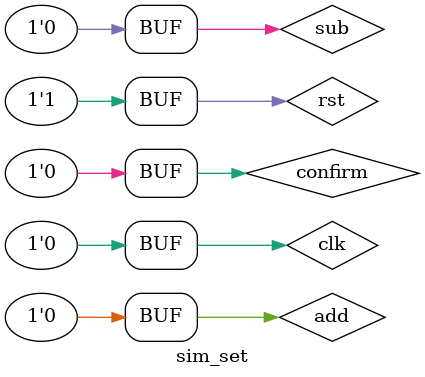
<source format=v>
`timescale 1ns / 1ps


module sim_set(

    );
    
    reg rst, clk, add, sub, confirm;
    
    wire [2:0] out_player;
    wire [2:0] out_time_tens;
    wire [3:0] out_time_unit;
    wire [3:0] out_add_points;
    wire [3:0] out_sub_points;
    wire finish;
    
    set s(rst, clk, add, sub, confirm, 
          out_player, 
          out_time_tens, out_time_unit, 
          out_add_points, out_sub_points, 
          finish);
    
    initial
    begin
        {rst, clk, add, sub, confirm} = 0;
        
        #5 clk = 1'b1;
        #5 clk = 1'b0;
        
        #5 rst = 1;
        
//        repeat(3)
//            begin
//            #5 add = 0;
//            #5 clk = 1'b1;
//            #5 clk = 1'b0;
            
//            #5 add = 1;
//            #5 clk = 1'b1;
//            #5 clk = 1'b0;
//            end
        
//        #5 sub = 1;
//        #5 add = 0;
            
//        repeat(3)
//            begin
//            #5 sub = 1'b0;
//            #5 clk = 1'b1;
//            #5 clk = 1'b0;
            
//            #5 sub = 1'b1;
//            #5 clk = 1'b1;
//            #5 clk = 1'b0;
//            end
                        
        #5 confirm = 1'b1;
        #5 confirm = 1'b0;
        #5 sub = 0;
        
//        repeat(6)
//            begin
//            #5 add = 0;
//            #5 clk = 1'b1;
//            #5 clk = 1'b0;
            
//            #5 add = 1;
//            #5 clk = 1'b1;
//            #5 clk = 1'b0;
//            end
        
//        #5 sub = 1;
//        #5 add = 0;
            
//        repeat(6)
//            begin
//            #5 sub = 0;
//            #5 clk = 1'b1;
//            #5 clk = 1'b0;
            
//            #5 sub = 1;
//            #5 clk = 1'b1;
//            #5 clk = 1'b0;
//            end

        #5 confirm = 1'b1;
        #5 confirm = 1'b0;
        #5 sub = 0;
        
//        repeat(10)
//            begin
//            #5 add = 0;
//            #5 clk = 1'b1;
//            #5 clk = 1'b0;
            
//            #5 add = 1;
//            #5 clk = 1'b1;
//            #5 clk = 1'b0;
//            end
        
//        #5 sub = 1;
//        #5 add = 0;
        
//        repeat(10)
//            begin
//            #5 sub = 0;
//            #5 clk = 1'b1;
//            #5 clk = 1'b0;
            
//            #5 sub = 1;
//            #5 clk = 1'b1;
//            #5 clk = 1'b0;
//            end
            
        #5 confirm = 1'b1;
        #5 confirm = 1'b0;
        #5 sub = 0;
        
//        repeat(10)
//            begin
//            #5 add = 0;
//            #5 clk = 1'b1;
//            #5 clk = 1'b0;
            
//            #5 add = 1;
//            #5 clk = 1'b1;
//            #5 clk = 1'b0;
//            end
        
//        #5 sub = 1;
//        #5 add = 0;
            
//        repeat(10)
//            begin
//            #5 sub = 1'b0;
//            #5 clk = 1'b1;
//            #5 clk = 1'b0;
            
//            #5 sub = 1'b1;
//            #5 clk = 1'b1;
//            #5 clk = 1'b0;
//            end
                        
        #5 confirm = 1'b1;
        #5 confirm = 1'b0;
        #5 sub = 0;        
        
        repeat(10)
            begin
            #5 add = 0;
            #5 clk = 1'b1;
            #5 clk = 1'b0;
            
            #5 add = 1;
            #5 clk = 1'b1;
            #5 clk = 1'b0;
            end
        
        #5 sub = 1;
        #5 add = 0;
            
        repeat(10)
            begin
            #5 sub = 1'b0;
            #5 clk = 1'b1;
            #5 clk = 1'b0;
            
            #5 sub = 1'b1;
            #5 clk = 1'b1;
            #5 clk = 1'b0;
            end
                                
        #5 confirm = 1'b1;
        #5 confirm = 1'b0;
        #5 sub = 0;        
    end
    
endmodule

</source>
